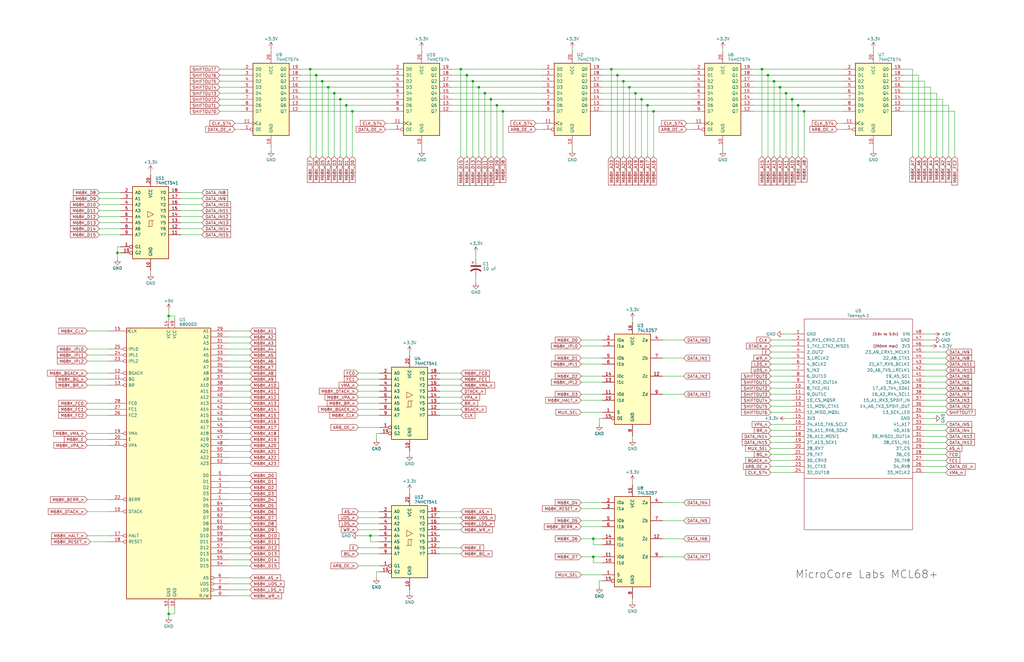
<source format=kicad_sch>
(kicad_sch (version 20230121) (generator eeschema)
  (paper "B")
  (junction (at 199.39 34.29))
  (junction (at 212.09 46.99))
  (junction (at 156.21 226.06))
  (junction (at 207.01 41.91))
  (junction (at 71.12 133.35))
  (junction (at 140.97 39.37))
  (junction (at 336.55 44.45))
  (junction (at 257.81 29.21))
  (junction (at 196.85 31.75))
  (junction (at 265.43 36.83))
  (junction (at 339.09 46.99))
  (junction (at 334.01 41.91))
  (junction (at 148.59 46.99))
  (junction (at 143.51 41.91))
  (junction (at 130.81 29.21))
  (junction (at 273.05 44.45))
  (junction (at 331.47 39.37))
  (junction (at 146.05 44.45))
  (junction (at 321.31 29.21))
  (junction (at 204.47 39.37))
  (junction (at 270.51 41.91))
  (junction (at 194.31 29.21))
  (junction (at 250.19 234.95))
  (junction (at 250.19 227.33))
  (junction (at 138.43 36.83))
  (junction (at 326.39 34.29))
  (junction (at 201.93 36.83))
  (junction (at 49.53 106.68))
  (junction (at 275.59 46.99))
  (junction (at 328.93 36.83))
  (junction (at 135.89 34.29))
  (junction (at 71.12 259.08))
  (junction (at 323.85 31.75))
  (junction (at 267.97 39.37))
  (junction (at 262.89 34.29))
  (junction (at 260.35 31.75))
  (junction (at 209.55 44.45))
  (junction (at 133.35 31.75))
  (wire (pts (xy 96.52 147.32) (xy 105.41 147.32)))
  (wire (pts (xy 96.52 195.58) (xy 105.41 195.58)))
  (wire (pts (xy 36.83 215.9) (xy 45.72 215.9)))
  (wire (pts (xy 160.02 226.06) (xy 156.21 226.06)))
  (wire (pts (xy 127 34.29) (xy 135.89 34.29)))
  (wire (pts (xy 76.2 99.06) (xy 85.09 99.06)))
  (wire (pts (xy 185.42 215.9) (xy 194.31 215.9)))
  (wire (pts (xy 325.12 173.99) (xy 334.01 173.99)))
  (wire (pts (xy 325.12 194.31) (xy 334.01 194.31)))
  (wire (pts (xy 158.75 241.3) (xy 158.75 243.84)))
  (wire (pts (xy 50.8 96.52) (xy 41.91 96.52)))
  (wire (pts (xy 398.78 191.77) (xy 389.89 191.77)))
  (wire (pts (xy 96.52 228.6) (xy 105.41 228.6)))
  (wire (pts (xy 127 41.91) (xy 143.51 41.91)))
  (wire (pts (xy 328.93 36.83) (xy 328.93 66.04)))
  (wire (pts (xy 96.52 190.5) (xy 105.41 190.5)))
  (wire (pts (xy 325.12 153.67) (xy 334.01 153.67)))
  (wire (pts (xy 254 212.09) (xy 245.11 212.09)))
  (wire (pts (xy 339.09 46.99) (xy 355.6 46.99)))
  (wire (pts (xy 162.56 52.07) (xy 165.1 52.07)))
  (wire (pts (xy 140.97 39.37) (xy 165.1 39.37)))
  (wire (pts (xy 265.43 36.83) (xy 265.43 66.04)))
  (wire (pts (xy 185.42 170.18) (xy 194.31 170.18)))
  (wire (pts (xy 201.93 36.83) (xy 201.93 66.04)))
  (wire (pts (xy 96.52 223.52) (xy 105.41 223.52)))
  (wire (pts (xy 36.83 170.18) (xy 45.72 170.18)))
  (wire (pts (xy 381 44.45) (xy 400.05 44.45)))
  (wire (pts (xy 325.12 158.75) (xy 334.01 158.75)))
  (wire (pts (xy 143.51 41.91) (xy 165.1 41.91)))
  (wire (pts (xy 99.06 52.07) (xy 101.6 52.07)))
  (wire (pts (xy 262.89 34.29) (xy 292.1 34.29)))
  (wire (pts (xy 96.52 187.96) (xy 105.41 187.96)))
  (wire (pts (xy 252.73 176.53) (xy 252.73 179.07)))
  (wire (pts (xy 36.83 149.86) (xy 45.72 149.86)))
  (wire (pts (xy 96.52 154.94) (xy 105.41 154.94)))
  (wire (pts (xy 245.11 168.91) (xy 254 168.91)))
  (wire (pts (xy 266.7 184.15) (xy 266.7 185.42)))
  (wire (pts (xy 317.5 46.99) (xy 339.09 46.99)))
  (wire (pts (xy 172.72 207.01) (xy 172.72 208.28)))
  (wire (pts (xy 325.12 146.05) (xy 334.01 146.05)))
  (wire (pts (xy 50.8 93.98) (xy 41.91 93.98)))
  (wire (pts (xy 317.5 34.29) (xy 326.39 34.29)))
  (wire (pts (xy 99.06 54.61) (xy 101.6 54.61)))
  (wire (pts (xy 76.2 96.52) (xy 85.09 96.52)))
  (wire (pts (xy 96.52 203.2) (xy 105.41 203.2)))
  (wire (pts (xy 96.52 246.38) (xy 105.41 246.38)))
  (wire (pts (xy 201.93 36.83) (xy 228.6 36.83)))
  (wire (pts (xy 185.42 218.44) (xy 194.31 218.44)))
  (wire (pts (xy 398.78 158.75) (xy 389.89 158.75)))
  (wire (pts (xy 96.52 193.04) (xy 105.41 193.04)))
  (wire (pts (xy 135.89 34.29) (xy 165.1 34.29)))
  (wire (pts (xy 304.8 20.32) (xy 304.8 21.59)))
  (wire (pts (xy 36.83 162.56) (xy 45.72 162.56)))
  (wire (pts (xy 245.11 242.57) (xy 254 242.57)))
  (wire (pts (xy 96.52 177.8) (xy 105.41 177.8)))
  (wire (pts (xy 266.7 252.73) (xy 266.7 254)))
  (wire (pts (xy 96.52 218.44) (xy 105.41 218.44)))
  (wire (pts (xy 368.3 62.23) (xy 368.3 63.5)))
  (wire (pts (xy 325.12 181.61) (xy 334.01 181.61)))
  (wire (pts (xy 63.5 114.3) (xy 63.5 115.57)))
  (wire (pts (xy 76.2 91.44) (xy 85.09 91.44)))
  (wire (pts (xy 226.06 54.61) (xy 228.6 54.61)))
  (wire (pts (xy 148.59 46.99) (xy 165.1 46.99)))
  (wire (pts (xy 185.42 172.72) (xy 194.31 172.72)))
  (wire (pts (xy 279.4 158.75) (xy 288.29 158.75)))
  (wire (pts (xy 146.05 44.45) (xy 146.05 66.04)))
  (wire (pts (xy 339.09 46.99) (xy 339.09 66.04)))
  (wire (pts (xy 241.3 62.23) (xy 241.3 63.5)))
  (wire (pts (xy 254 31.75) (xy 260.35 31.75)))
  (wire (pts (xy 397.51 41.91) (xy 397.51 66.04)))
  (wire (pts (xy 325.12 161.29) (xy 334.01 161.29)))
  (wire (pts (xy 73.66 134.62) (xy 73.66 133.35)))
  (wire (pts (xy 381 31.75) (xy 387.35 31.75)))
  (wire (pts (xy 252.73 245.11) (xy 252.73 247.65)))
  (wire (pts (xy 185.42 157.48) (xy 194.31 157.48)))
  (wire (pts (xy 185.42 167.64) (xy 194.31 167.64)))
  (wire (pts (xy 92.71 46.99) (xy 101.6 46.99)))
  (wire (pts (xy 96.52 205.74) (xy 105.41 205.74)))
  (wire (pts (xy 185.42 220.98) (xy 194.31 220.98)))
  (wire (pts (xy 36.83 160.02) (xy 45.72 160.02)))
  (wire (pts (xy 96.52 162.56) (xy 105.41 162.56)))
  (wire (pts (xy 160.02 241.3) (xy 158.75 241.3)))
  (wire (pts (xy 49.53 106.68) (xy 49.53 109.22)))
  (wire (pts (xy 398.78 163.83) (xy 389.89 163.83)))
  (wire (pts (xy 146.05 44.45) (xy 165.1 44.45)))
  (wire (pts (xy 96.52 170.18) (xy 105.41 170.18)))
  (wire (pts (xy 130.81 29.21) (xy 130.81 66.04)))
  (wire (pts (xy 160.02 167.64) (xy 151.13 167.64)))
  (wire (pts (xy 245.11 222.25) (xy 254 222.25)))
  (wire (pts (xy 254 166.37) (xy 245.11 166.37)))
  (wire (pts (xy 185.42 162.56) (xy 194.31 162.56)))
  (wire (pts (xy 323.85 31.75) (xy 323.85 66.04)))
  (wire (pts (xy 325.12 143.51) (xy 334.01 143.51)))
  (wire (pts (xy 254 245.11) (xy 252.73 245.11)))
  (wire (pts (xy 96.52 180.34) (xy 105.41 180.34)))
  (wire (pts (xy 325.12 168.91) (xy 334.01 168.91)))
  (wire (pts (xy 76.2 93.98) (xy 85.09 93.98)))
  (wire (pts (xy 190.5 34.29) (xy 199.39 34.29)))
  (wire (pts (xy 250.19 227.33) (xy 245.11 227.33)))
  (wire (pts (xy 321.31 29.21) (xy 355.6 29.21)))
  (wire (pts (xy 76.2 88.9) (xy 85.09 88.9)))
  (wire (pts (xy 36.83 157.48) (xy 45.72 157.48)))
  (wire (pts (xy 260.35 31.75) (xy 260.35 66.04)))
  (wire (pts (xy 389.89 176.53) (xy 393.7 176.53)))
  (wire (pts (xy 334.01 41.91) (xy 334.01 66.04)))
  (wire (pts (xy 148.59 46.99) (xy 148.59 66.04)))
  (wire (pts (xy 207.01 41.91) (xy 207.01 66.04)))
  (wire (pts (xy 254 158.75) (xy 245.11 158.75)))
  (wire (pts (xy 254 219.71) (xy 245.11 219.71)))
  (wire (pts (xy 331.47 39.37) (xy 331.47 66.04)))
  (wire (pts (xy 325.12 191.77) (xy 334.01 191.77)))
  (wire (pts (xy 50.8 91.44) (xy 41.91 91.44)))
  (wire (pts (xy 325.12 179.07) (xy 334.01 179.07)))
  (wire (pts (xy 398.78 148.59) (xy 389.89 148.59)))
  (wire (pts (xy 160.02 228.6) (xy 156.21 228.6)))
  (wire (pts (xy 36.83 226.06) (xy 45.72 226.06)))
  (wire (pts (xy 114.3 62.23) (xy 114.3 63.5)))
  (wire (pts (xy 353.06 52.07) (xy 355.6 52.07)))
  (wire (pts (xy 50.8 86.36) (xy 41.91 86.36)))
  (wire (pts (xy 254 44.45) (xy 273.05 44.45)))
  (wire (pts (xy 262.89 34.29) (xy 262.89 66.04)))
  (wire (pts (xy 325.12 184.15) (xy 334.01 184.15)))
  (wire (pts (xy 275.59 46.99) (xy 275.59 66.04)))
  (wire (pts (xy 279.4 166.37) (xy 288.29 166.37)))
  (wire (pts (xy 49.53 104.14) (xy 50.8 104.14)))
  (wire (pts (xy 96.52 144.78) (xy 105.41 144.78)))
  (wire (pts (xy 279.4 219.71) (xy 288.29 219.71)))
  (wire (pts (xy 96.52 236.22) (xy 105.41 236.22)))
  (wire (pts (xy 76.2 83.82) (xy 85.09 83.82)))
  (wire (pts (xy 317.5 29.21) (xy 321.31 29.21)))
  (wire (pts (xy 398.78 181.61) (xy 389.89 181.61)))
  (wire (pts (xy 73.66 256.54) (xy 73.66 259.08)))
  (wire (pts (xy 245.11 161.29) (xy 254 161.29)))
  (wire (pts (xy 226.06 52.07) (xy 228.6 52.07)))
  (wire (pts (xy 273.05 44.45) (xy 292.1 44.45)))
  (wire (pts (xy 389.89 143.51) (xy 393.7 143.51)))
  (wire (pts (xy 328.93 36.83) (xy 355.6 36.83)))
  (wire (pts (xy 185.42 231.14) (xy 194.31 231.14)))
  (wire (pts (xy 92.71 31.75) (xy 101.6 31.75)))
  (wire (pts (xy 241.3 20.32) (xy 241.3 21.59)))
  (wire (pts (xy 209.55 44.45) (xy 209.55 66.04)))
  (wire (pts (xy 92.71 29.21) (xy 101.6 29.21)))
  (wire (pts (xy 190.5 36.83) (xy 201.93 36.83)))
  (wire (pts (xy 96.52 215.9) (xy 105.41 215.9)))
  (wire (pts (xy 190.5 44.45) (xy 209.55 44.45)))
  (wire (pts (xy 96.52 210.82) (xy 105.41 210.82)))
  (wire (pts (xy 114.3 20.32) (xy 114.3 21.59)))
  (wire (pts (xy 317.5 44.45) (xy 336.55 44.45)))
  (wire (pts (xy 133.35 31.75) (xy 165.1 31.75)))
  (wire (pts (xy 190.5 31.75) (xy 196.85 31.75)))
  (wire (pts (xy 96.52 251.46) (xy 105.41 251.46)))
  (wire (pts (xy 92.71 36.83) (xy 101.6 36.83)))
  (wire (pts (xy 289.56 54.61) (xy 292.1 54.61)))
  (wire (pts (xy 96.52 142.24) (xy 105.41 142.24)))
  (wire (pts (xy 384.81 29.21) (xy 384.81 66.04)))
  (wire (pts (xy 398.78 186.69) (xy 389.89 186.69)))
  (wire (pts (xy 331.47 39.37) (xy 355.6 39.37)))
  (wire (pts (xy 96.52 220.98) (xy 105.41 220.98)))
  (wire (pts (xy 368.3 20.32) (xy 368.3 21.59)))
  (wire (pts (xy 398.78 166.37) (xy 389.89 166.37)))
  (wire (pts (xy 325.12 156.21) (xy 334.01 156.21)))
  (wire (pts (xy 162.56 54.61) (xy 165.1 54.61)))
  (wire (pts (xy 317.5 39.37) (xy 331.47 39.37)))
  (wire (pts (xy 398.78 153.67) (xy 389.89 153.67)))
  (wire (pts (xy 36.83 139.7) (xy 45.72 139.7)))
  (wire (pts (xy 200.66 106.68) (xy 200.66 109.22)))
  (wire (pts (xy 398.78 171.45) (xy 389.89 171.45)))
  (wire (pts (xy 254 39.37) (xy 267.97 39.37)))
  (wire (pts (xy 96.52 185.42) (xy 105.41 185.42)))
  (wire (pts (xy 381 46.99) (xy 402.59 46.99)))
  (wire (pts (xy 36.83 210.82) (xy 45.72 210.82)))
  (wire (pts (xy 325.12 148.59) (xy 334.01 148.59)))
  (wire (pts (xy 160.02 157.48) (xy 151.13 157.48)))
  (wire (pts (xy 279.4 227.33) (xy 288.29 227.33)))
  (wire (pts (xy 185.42 223.52) (xy 194.31 223.52)))
  (wire (pts (xy 96.52 238.76) (xy 105.41 238.76)))
  (wire (pts (xy 254 36.83) (xy 265.43 36.83)))
  (wire (pts (xy 398.78 199.39) (xy 389.89 199.39)))
  (wire (pts (xy 326.39 34.29) (xy 355.6 34.29)))
  (wire (pts (xy 245.11 173.99) (xy 254 173.99)))
  (wire (pts (xy 207.01 41.91) (xy 228.6 41.91)))
  (wire (pts (xy 381 39.37) (xy 394.97 39.37)))
  (wire (pts (xy 160.02 162.56) (xy 151.13 162.56)))
  (wire (pts (xy 270.51 41.91) (xy 270.51 66.04)))
  (wire (pts (xy 96.52 200.66) (xy 105.41 200.66)))
  (wire (pts (xy 140.97 39.37) (xy 140.97 66.04)))
  (wire (pts (xy 336.55 44.45) (xy 355.6 44.45)))
  (wire (pts (xy 130.81 29.21) (xy 165.1 29.21)))
  (wire (pts (xy 156.21 226.06) (xy 151.13 226.06)))
  (wire (pts (xy 212.09 46.99) (xy 212.09 66.04)))
  (wire (pts (xy 160.02 220.98) (xy 151.13 220.98)))
  (wire (pts (xy 71.12 133.35) (xy 71.12 134.62)))
  (wire (pts (xy 381 36.83) (xy 392.43 36.83)))
  (wire (pts (xy 127 31.75) (xy 133.35 31.75)))
  (wire (pts (xy 96.52 248.92) (xy 105.41 248.92)))
  (wire (pts (xy 254 229.87) (xy 250.19 229.87)))
  (wire (pts (xy 96.52 243.84) (xy 105.41 243.84)))
  (wire (pts (xy 381 29.21) (xy 384.81 29.21)))
  (wire (pts (xy 398.78 189.23) (xy 389.89 189.23)))
  (wire (pts (xy 392.43 146.05) (xy 389.89 146.05)))
  (wire (pts (xy 138.43 36.83) (xy 138.43 66.04)))
  (wire (pts (xy 273.05 44.45) (xy 273.05 66.04)))
  (wire (pts (xy 334.01 196.85) (xy 325.12 196.85)))
  (wire (pts (xy 289.56 52.07) (xy 292.1 52.07)))
  (wire (pts (xy 177.8 20.32) (xy 177.8 21.59)))
  (wire (pts (xy 389.89 34.29) (xy 389.89 66.04)))
  (wire (pts (xy 71.12 133.35) (xy 73.66 133.35)))
  (wire (pts (xy 92.71 39.37) (xy 101.6 39.37)))
  (wire (pts (xy 254 41.91) (xy 270.51 41.91)))
  (wire (pts (xy 185.42 175.26) (xy 194.31 175.26)))
  (wire (pts (xy 160.02 218.44) (xy 151.13 218.44)))
  (wire (pts (xy 160.02 165.1) (xy 151.13 165.1)))
  (wire (pts (xy 325.12 166.37) (xy 334.01 166.37)))
  (wire (pts (xy 156.21 228.6) (xy 156.21 226.06)))
  (wire (pts (xy 400.05 44.45) (xy 400.05 66.04)))
  (wire (pts (xy 254 237.49) (xy 250.19 237.49)))
  (wire (pts (xy 267.97 39.37) (xy 267.97 66.04)))
  (wire (pts (xy 92.71 34.29) (xy 101.6 34.29)))
  (wire (pts (xy 398.78 156.21) (xy 389.89 156.21)))
  (wire (pts (xy 127 39.37) (xy 140.97 39.37)))
  (wire (pts (xy 204.47 39.37) (xy 204.47 66.04)))
  (wire (pts (xy 304.8 62.23) (xy 304.8 63.5)))
  (wire (pts (xy 260.35 31.75) (xy 292.1 31.75)))
  (wire (pts (xy 96.52 149.86) (xy 105.41 149.86)))
  (wire (pts (xy 96.52 233.68) (xy 105.41 233.68)))
  (wire (pts (xy 194.31 29.21) (xy 228.6 29.21)))
  (wire (pts (xy 185.42 160.02) (xy 194.31 160.02)))
  (wire (pts (xy 172.72 190.5) (xy 172.72 191.77)))
  (wire (pts (xy 245.11 146.05) (xy 254 146.05)))
  (wire (pts (xy 160.02 215.9) (xy 151.13 215.9)))
  (wire (pts (xy 336.55 44.45) (xy 336.55 66.04)))
  (wire (pts (xy 50.8 106.68) (xy 49.53 106.68)))
  (wire (pts (xy 160.02 175.26) (xy 151.13 175.26)))
  (wire (pts (xy 381 41.91) (xy 397.51 41.91)))
  (wire (pts (xy 398.78 179.07) (xy 389.89 179.07)))
  (wire (pts (xy 96.52 226.06) (xy 105.41 226.06)))
  (wire (pts (xy 63.5 72.39) (xy 63.5 73.66)))
  (wire (pts (xy 71.12 259.08) (xy 71.12 260.35)))
  (wire (pts (xy 160.02 160.02) (xy 151.13 160.02)))
  (wire (pts (xy 160.02 170.18) (xy 151.13 170.18)))
  (wire (pts (xy 96.52 160.02) (xy 105.41 160.02)))
  (wire (pts (xy 212.09 46.99) (xy 228.6 46.99)))
  (wire (pts (xy 96.52 208.28) (xy 105.41 208.28)))
  (wire (pts (xy 160.02 182.88) (xy 158.75 182.88)))
  (wire (pts (xy 398.78 173.99) (xy 389.89 173.99)))
  (wire (pts (xy 394.97 39.37) (xy 394.97 66.04)))
  (wire (pts (xy 398.78 184.15) (xy 389.89 184.15)))
  (wire (pts (xy 185.42 165.1) (xy 194.31 165.1)))
  (wire (pts (xy 266.7 134.62) (xy 266.7 135.89)))
  (wire (pts (xy 36.83 175.26) (xy 45.72 175.26)))
  (wire (pts (xy 172.72 248.92) (xy 172.72 250.19)))
  (wire (pts (xy 71.12 130.81) (xy 71.12 133.35)))
  (wire (pts (xy 402.59 46.99) (xy 402.59 66.04)))
  (wire (pts (xy 209.55 44.45) (xy 228.6 44.45)))
  (wire (pts (xy 49.53 106.68) (xy 49.53 104.14)))
  (wire (pts (xy 398.78 151.13) (xy 389.89 151.13)))
  (wire (pts (xy 254 176.53) (xy 252.73 176.53)))
  (wire (pts (xy 96.52 139.7) (xy 105.41 139.7)))
  (wire (pts (xy 92.71 44.45) (xy 101.6 44.45)))
  (wire (pts (xy 190.5 29.21) (xy 194.31 29.21)))
  (wire (pts (xy 266.7 203.2) (xy 266.7 204.47)))
  (wire (pts (xy 50.8 88.9) (xy 41.91 88.9)))
  (wire (pts (xy 325.12 163.83) (xy 334.01 163.83)))
  (wire (pts (xy 325.12 189.23) (xy 334.01 189.23)))
  (wire (pts (xy 254 34.29) (xy 262.89 34.29)))
  (wire (pts (xy 254 143.51) (xy 245.11 143.51)))
  (wire (pts (xy 204.47 39.37) (xy 228.6 39.37)))
  (wire (pts (xy 76.2 86.36) (xy 85.09 86.36)))
  (wire (pts (xy 127 36.83) (xy 138.43 36.83)))
  (wire (pts (xy 160.02 231.14) (xy 151.13 231.14)))
  (wire (pts (xy 96.52 165.1) (xy 105.41 165.1)))
  (wire (pts (xy 96.52 157.48) (xy 105.41 157.48)))
  (wire (pts (xy 50.8 83.82) (xy 41.91 83.82)))
  (wire (pts (xy 177.8 62.23) (xy 177.8 63.5)))
  (wire (pts (xy 389.89 140.97) (xy 393.7 140.97)))
  (wire (pts (xy 331.47 176.53) (xy 334.01 176.53)))
  (wire (pts (xy 199.39 34.29) (xy 228.6 34.29)))
  (wire (pts (xy 257.81 29.21) (xy 292.1 29.21)))
  (wire (pts (xy 323.85 31.75) (xy 355.6 31.75)))
  (wire (pts (xy 127 29.21) (xy 130.81 29.21)))
  (wire (pts (xy 160.02 180.34) (xy 151.13 180.34)))
  (wire (pts (xy 190.5 41.91) (xy 207.01 41.91)))
  (wire (pts (xy 160.02 233.68) (xy 151.13 233.68)))
  (wire (pts (xy 317.5 31.75) (xy 323.85 31.75)))
  (wire (pts (xy 71.12 256.54) (xy 71.12 259.08)))
  (wire (pts (xy 36.83 172.72) (xy 45.72 172.72)))
  (wire (pts (xy 279.4 143.51) (xy 288.29 143.51)))
  (wire (pts (xy 245.11 214.63) (xy 254 214.63)))
  (wire (pts (xy 317.5 41.91) (xy 334.01 41.91)))
  (wire (pts (xy 71.12 259.08) (xy 73.66 259.08)))
  (wire (pts (xy 387.35 31.75) (xy 387.35 66.04)))
  (wire (pts (xy 96.52 152.4) (xy 105.41 152.4)))
  (wire (pts (xy 334.01 140.97) (xy 330.2 140.97)))
  (wire (pts (xy 96.52 172.72) (xy 105.41 172.72)))
  (wire (pts (xy 133.35 31.75) (xy 133.35 66.04)))
  (wire (pts (xy 36.83 187.96) (xy 45.72 187.96)))
  (wire (pts (xy 158.75 182.88) (xy 158.75 185.42)))
  (wire (pts (xy 334.01 41.91) (xy 355.6 41.91)))
  (wire (pts (xy 279.4 151.13) (xy 288.29 151.13)))
  (wire (pts (xy 36.83 185.42) (xy 45.72 185.42)))
  (wire (pts (xy 172.72 148.59) (xy 172.72 149.86)))
  (wire (pts (xy 250.19 229.87) (xy 250.19 227.33)))
  (wire (pts (xy 96.52 231.14) (xy 105.41 231.14)))
  (wire (pts (xy 135.89 34.29) (xy 135.89 66.04)))
  (wire (pts (xy 50.8 99.06) (xy 41.91 99.06)))
  (wire (pts (xy 254 227.33) (xy 250.19 227.33)))
  (wire (pts (xy 275.59 46.99) (xy 292.1 46.99)))
  (wire (pts (xy 381 34.29) (xy 389.89 34.29)))
  (wire (pts (xy 254 234.95) (xy 250.19 234.95)))
  (wire (pts (xy 398.78 194.31) (xy 389.89 194.31)))
  (wire (pts (xy 96.52 167.64) (xy 105.41 167.64)))
  (wire (pts (xy 325.12 151.13) (xy 334.01 151.13)))
  (wire (pts (xy 398.78 196.85) (xy 389.89 196.85)))
  (wire (pts (xy 257.81 29.21) (xy 257.81 66.04)))
  (wire (pts (xy 250.19 237.49) (xy 250.19 234.95)))
  (wire (pts (xy 398.78 168.91) (xy 389.89 168.91)))
  (wire (pts (xy 353.06 54.61) (xy 355.6 54.61)))
  (wire (pts (xy 279.4 234.95) (xy 288.29 234.95)))
  (wire (pts (xy 194.31 29.21) (xy 194.31 66.04)))
  (wire (pts (xy 143.51 41.91) (xy 143.51 66.04)))
  (wire (pts (xy 185.42 233.68) (xy 194.31 233.68)))
  (wire (pts (xy 127 46.99) (xy 148.59 46.99)))
  (wire (pts (xy 96.52 175.26) (xy 105.41 175.26)))
  (wire (pts (xy 127 44.45) (xy 146.05 44.45)))
  (wire (pts (xy 160.02 238.76) (xy 151.13 238.76)))
  (wire (pts (xy 200.66 116.84) (xy 200.66 119.38)))
  (wire (pts (xy 96.52 213.36) (xy 105.41 213.36)))
  (wire (pts (xy 254 29.21) (xy 257.81 29.21)))
  (wire (pts (xy 325.12 171.45) (xy 334.01 171.45)))
  (wire (pts (xy 76.2 81.28) (xy 85.09 81.28)))
  (wire (pts (xy 190.5 46.99) (xy 212.09 46.99)))
  (wire (pts (xy 265.43 36.83) (xy 292.1 36.83)))
  (wire (pts (xy 138.43 36.83) (xy 165.1 36.83)))
  (wire (pts (xy 50.8 81.28) (xy 41.91 81.28)))
  (wire (pts (xy 398.78 161.29) (xy 389.89 161.29)))
  (wire (pts (xy 321.31 29.21) (xy 321.31 66.04)))
  (wire (pts (xy 36.83 152.4) (xy 45.72 152.4)))
  (wire (pts (xy 199.39 34.29) (xy 199.39 66.04)))
  (wire (pts (xy 196.85 31.75) (xy 228.6 31.75)))
  (wire (pts (xy 92.71 41.91) (xy 101.6 41.91)))
  (wire (pts (xy 36.83 147.32) (xy 45.72 147.32)))
  (wire (pts (xy 325.12 186.69) (xy 334.01 186.69)))
  (wire (pts (xy 254 46.99) (xy 275.59 46.99)))
  (wire (pts (xy 160.02 172.72) (xy 151.13 172.72)))
  (wire (pts (xy 38.1 228.6) (xy 45.72 228.6)))
  (wire (pts (xy 254 151.13) (xy 245.11 151.13)))
  (wire (pts (xy 190.5 39.37) (xy 204.47 39.37)))
  (wire (pts (xy 96.52 182.88) (xy 105.41 182.88)))
  (wire (pts (xy 279.4 212.09) (xy 288.29 212.09)))
  (wire (pts (xy 250.19 234.95) (xy 245.11 234.95)))
  (wire (pts (xy 334.01 199.39) (xy 325.12 199.39)))
  (wire (pts (xy 392.43 36.83) (xy 392.43 66.04)))
  (wire (pts (xy 36.83 182.88) (xy 45.72 182.88)))
  (wire (pts (xy 160.02 223.52) (xy 151.13 223.52)))
  (wire (pts (xy 317.5 36.83) (xy 328.93 36.83)))
  (wire (pts (xy 326.39 34.29) (xy 326.39 66.04)))
  (wire (pts (xy 245.11 153.67) (xy 254 153.67)))
  (wire (pts (xy 267.97 39.37) (xy 292.1 39.37)))
  (wire (pts (xy 196.85 31.75) (xy 196.85 66.04)))
  (wire (pts (xy 270.51 41.91) (xy 292.1 41.91)))
  (label "MicroCore Labs MCL68+" (at 335.28 245.11 0) (effects (font (size 3.27 3.27))))
  (global_label "M68K_D3" (shape input) (at 140.97 66.04 270) (property "Intersheetrefs" "${INTERSHEET_REFS}" (effects hide)))
  (global_label "DATA_IN4" (shape input) (at 288.29 212.09 0) (property "Intersheetrefs" "${INTERSHEET_REFS}" (effects hide)))
  (global_label "CLK_574" (shape input) (at 289.56 52.07 180) (property "Intersheetrefs" "${INTERSHEET_REFS}" (effects hide)))
  (global_label "M68K_A15" (shape input) (at 105.41 175.26 0) (property "Intersheetrefs" "${INTERSHEET_REFS}" (effects hide)))
  (global_label "M68K_D10" (shape input) (at 207.01 66.04 270) (property "Intersheetrefs" "${INTERSHEET_REFS}" (effects hide)))
  (global_label "DATA_IN14" (shape input) (at 85.09 96.52 0) (property "Intersheetrefs" "${INTERSHEET_REFS}" (effects hide)))
  (global_label "M68K_A21" (shape input) (at 262.89 66.04 270) (property "Intersheetrefs" "${INTERSHEET_REFS}" (effects hide)))
  (global_label "M68K_A12" (shape input) (at 328.93 66.04 270) (property "Intersheetrefs" "${INTERSHEET_REFS}" (effects hide)))
  (global_label "M68K_D0" (shape input) (at 148.59 66.04 270) (property "Intersheetrefs" "${INTERSHEET_REFS}" (effects hide)))
  (global_label "M68K_D4" (shape input) (at 245.11 212.09 180) (property "Intersheetrefs" "${INTERSHEET_REFS}" (effects hide)))
  (global_label "M68K_VMA_n" (shape input) (at 36.83 182.88 180) (property "Intersheetrefs" "${INTERSHEET_REFS}" (effects hide)))
  (global_label "M68K_D8" (shape input) (at 41.91 81.28 180) (property "Intersheetrefs" "${INTERSHEET_REFS}" (effects hide)))
  (global_label "M68K_A20" (shape input) (at 265.43 66.04 270) (property "Intersheetrefs" "${INTERSHEET_REFS}" (effects hide)))
  (global_label "DATA_IN14" (shape input) (at 325.12 184.15 180) (property "Intersheetrefs" "${INTERSHEET_REFS}" (effects hide)))
  (global_label "M68K_D1" (shape input) (at 245.11 151.13 180) (property "Intersheetrefs" "${INTERSHEET_REFS}" (effects hide)))
  (global_label "CLK" (shape input) (at 194.31 175.26 0) (property "Intersheetrefs" "${INTERSHEET_REFS}" (effects hide)))
  (global_label "M68K_BERR_n" (shape input) (at 245.11 222.25 180) (property "Intersheetrefs" "${INTERSHEET_REFS}" (effects hide)))
  (global_label "DATA_IN13" (shape input) (at 85.09 93.98 0) (property "Intersheetrefs" "${INTERSHEET_REFS}" (effects hide)))
  (global_label "M68K_D9" (shape input) (at 209.55 66.04 270) (property "Intersheetrefs" "${INTERSHEET_REFS}" (effects hide)))
  (global_label "DATA_IN0" (shape input) (at 288.29 143.51 0) (property "Intersheetrefs" "${INTERSHEET_REFS}" (effects hide)))
  (global_label "M68K_D0" (shape input) (at 245.11 143.51 180) (property "Intersheetrefs" "${INTERSHEET_REFS}" (effects hide)))
  (global_label "BR_n" (shape input) (at 325.12 181.61 180) (property "Intersheetrefs" "${INTERSHEET_REFS}" (effects hide)))
  (global_label "M68K_D5" (shape input) (at 245.11 219.71 180) (property "Intersheetrefs" "${INTERSHEET_REFS}" (effects hide)))
  (global_label "DATA_IN6" (shape input) (at 398.78 163.83 0) (property "Intersheetrefs" "${INTERSHEET_REFS}" (effects hide)))
  (global_label "M68K_A14" (shape input) (at 323.85 66.04 270) (property "Intersheetrefs" "${INTERSHEET_REFS}" (effects hide)))
  (global_label "DATA_IN11" (shape input) (at 398.78 153.67 0) (property "Intersheetrefs" "${INTERSHEET_REFS}" (effects hide)))
  (global_label "M68K_WR_n" (shape input) (at 194.31 223.52 0) (property "Intersheetrefs" "${INTERSHEET_REFS}" (effects hide)))
  (global_label "MUX_SEL" (shape input) (at 245.11 242.57 180) (property "Intersheetrefs" "${INTERSHEET_REFS}" (effects hide)))
  (global_label "M68K_D4" (shape input) (at 138.43 66.04 270) (property "Intersheetrefs" "${INTERSHEET_REFS}" (effects hide)))
  (global_label "M68K_LDS_n" (shape input) (at 194.31 220.98 0) (property "Intersheetrefs" "${INTERSHEET_REFS}" (effects hide)))
  (global_label "M68K_DTACK_n" (shape input) (at 36.83 215.9 180) (property "Intersheetrefs" "${INTERSHEET_REFS}" (effects hide)))
  (global_label "FC1" (shape input) (at 398.78 194.31 0) (property "Intersheetrefs" "${INTERSHEET_REFS}" (effects hide)))
  (global_label "FC1" (shape input) (at 151.13 160.02 180) (property "Intersheetrefs" "${INTERSHEET_REFS}" (effects hide)))
  (global_label "M68K_RESET_n" (shape input) (at 38.1 228.6 180) (property "Intersheetrefs" "${INTERSHEET_REFS}" (effects hide)))
  (global_label "DTACK_n" (shape input) (at 325.12 146.05 180) (property "Intersheetrefs" "${INTERSHEET_REFS}" (effects hide)))
  (global_label "M68K_A4" (shape input) (at 392.43 66.04 270) (property "Intersheetrefs" "${INTERSHEET_REFS}" (effects hide)))
  (global_label "DATA_IN4" (shape input) (at 398.78 181.61 0) (property "Intersheetrefs" "${INTERSHEET_REFS}" (effects hide)))
  (global_label "SHIFTOUT5" (shape input) (at 92.71 34.29 180) (property "Intersheetrefs" "${INTERSHEET_REFS}" (effects hide)))
  (global_label "M68K_BGACK_n" (shape input) (at 36.83 157.48 180) (property "Intersheetrefs" "${INTERSHEET_REFS}" (effects hide)))
  (global_label "M68K_A11" (shape input) (at 331.47 66.04 270) (property "Intersheetrefs" "${INTERSHEET_REFS}" (effects hide)))
  (global_label "M68K_FC0" (shape input) (at 194.31 157.48 0) (property "Intersheetrefs" "${INTERSHEET_REFS}" (effects hide)))
  (global_label "CLK_574" (shape input) (at 99.06 52.07 180) (property "Intersheetrefs" "${INTERSHEET_REFS}" (effects hide)))
  (global_label "LDS_n" (shape input) (at 325.12 153.67 180) (property "Intersheetrefs" "${INTERSHEET_REFS}" (effects hide)))
  (global_label "DATA_IN5" (shape input) (at 288.29 219.71 0) (property "Intersheetrefs" "${INTERSHEET_REFS}" (effects hide)))
  (global_label "VMA_n" (shape input) (at 151.13 162.56 180) (property "Intersheetrefs" "${INTERSHEET_REFS}" (effects hide)))
  (global_label "M68K_A13" (shape input) (at 326.39 66.04 270) (property "Intersheetrefs" "${INTERSHEET_REFS}" (effects hide)))
  (global_label "ARB_OE_n" (shape input) (at 151.13 238.76 180) (property "Intersheetrefs" "${INTERSHEET_REFS}" (effects hide)))
  (global_label "M68K_A6" (shape input) (at 387.35 66.04 270) (property "Intersheetrefs" "${INTERSHEET_REFS}" (effects hide)))
  (global_label "DATA_IN13" (shape input) (at 398.78 184.15 0) (property "Intersheetrefs" "${INTERSHEET_REFS}" (effects hide)))
  (global_label "M68K_FC0" (shape input) (at 36.83 170.18 180) (property "Intersheetrefs" "${INTERSHEET_REFS}" (effects hide)))
  (global_label "M68K_A8" (shape input) (at 339.09 66.04 270) (property "Intersheetrefs" "${INTERSHEET_REFS}" (effects hide)))
  (global_label "DATA_IN10" (shape input) (at 398.78 156.21 0) (property "Intersheetrefs" "${INTERSHEET_REFS}" (effects hide)))
  (global_label "SHIFTOUT0" (shape input) (at 92.71 46.99 180) (property "Intersheetrefs" "${INTERSHEET_REFS}" (effects hide)))
  (global_label "AS_n" (shape input) (at 398.78 189.23 0) (property "Intersheetrefs" "${INTERSHEET_REFS}" (effects hide)))
  (global_label "M68K_A21" (shape input) (at 105.41 190.5 0) (property "Intersheetrefs" "${INTERSHEET_REFS}" (effects hide)))
  (global_label "DATA_IN6" (shape input) (at 288.29 227.33 0) (property "Intersheetrefs" "${INTERSHEET_REFS}" (effects hide)))
  (global_label "M68K_A23" (shape input) (at 257.81 66.04 270) (property "Intersheetrefs" "${INTERSHEET_REFS}" (effects hide)))
  (global_label "UDS_n" (shape input) (at 151.13 218.44 180) (property "Intersheetrefs" "${INTERSHEET_REFS}" (effects hide)))
  (global_label "M68K_BG_n" (shape input) (at 36.83 160.02 180) (property "Intersheetrefs" "${INTERSHEET_REFS}" (effects hide)))
  (global_label "M68K_D10" (shape input) (at 105.41 226.06 0) (property "Intersheetrefs" "${INTERSHEET_REFS}" (effects hide)))
  (global_label "M68K_VPA_n" (shape input) (at 151.13 167.64 180) (property "Intersheetrefs" "${INTERSHEET_REFS}" (effects hide)))
  (global_label "M68K_D2" (shape input) (at 105.41 205.74 0) (property "Intersheetrefs" "${INTERSHEET_REFS}" (effects hide)))
  (global_label "M68K_A14" (shape input) (at 105.41 172.72 0) (property "Intersheetrefs" "${INTERSHEET_REFS}" (effects hide)))
  (global_label "M68K_D8" (shape input) (at 212.09 66.04 270) (property "Intersheetrefs" "${INTERSHEET_REFS}" (effects hide)))
  (global_label "M68K_D9" (shape input) (at 41.91 83.82 180) (property "Intersheetrefs" "${INTERSHEET_REFS}" (effects hide)))
  (global_label "SHIFTOUT2" (shape input) (at 92.71 41.91 180) (property "Intersheetrefs" "${INTERSHEET_REFS}" (effects hide)))
  (global_label "CLK_574" (shape input) (at 353.06 52.07 180) (property "Intersheetrefs" "${INTERSHEET_REFS}" (effects hide)))
  (global_label "DATA_IN15" (shape input) (at 325.12 186.69 180) (property "Intersheetrefs" "${INTERSHEET_REFS}" (effects hide)))
  (global_label "M68K_A16" (shape input) (at 105.41 177.8 0) (property "Intersheetrefs" "${INTERSHEET_REFS}" (effects hide)))
  (global_label "BGACK_n" (shape input) (at 194.31 172.72 0) (property "Intersheetrefs" "${INTERSHEET_REFS}" (effects hide)))
  (global_label "FC0" (shape input) (at 151.13 157.48 180) (property "Intersheetrefs" "${INTERSHEET_REFS}" (effects hide)))
  (global_label "DATA_IN3" (shape input) (at 398.78 168.91 0) (property "Intersheetrefs" "${INTERSHEET_REFS}" (effects hide)))
  (global_label "SHIFTOUT7" (shape input) (at 92.71 29.21 180) (property "Intersheetrefs" "${INTERSHEET_REFS}" (effects hide)))
  (global_label "M68K_IPL2" (shape input) (at 245.11 161.29 180) (property "Intersheetrefs" "${INTERSHEET_REFS}" (effects hide)))
  (global_label "SHIFTOUT4" (shape input) (at 92.71 36.83 180) (property "Intersheetrefs" "${INTERSHEET_REFS}" (effects hide)))
  (global_label "M68K_IPL1" (shape input) (at 245.11 153.67 180) (property "Intersheetrefs" "${INTERSHEET_REFS}" (effects hide)))
  (global_label "ARB_OE_n" (shape input) (at 325.12 196.85 180) (property "Intersheetrefs" "${INTERSHEET_REFS}" (effects hide)))
  (global_label "M68K_D2" (shape input) (at 245.11 158.75 180) (property "Intersheetrefs" "${INTERSHEET_REFS}" (effects hide)))
  (global_label "M68K_A22" (shape input) (at 260.35 66.04 270) (property "Intersheetrefs" "${INTERSHEET_REFS}" (effects hide)))
  (global_label "SHIFTOUT5" (shape input) (at 325.12 171.45 180) (property "Intersheetrefs" "${INTERSHEET_REFS}" (effects hide)))
  (global_label "WR_n" (shape input) (at 151.13 223.52 180) (property "Intersheetrefs" "${INTERSHEET_REFS}" (effects hide)))
  (global_label "MUX_SEL" (shape input) (at 325.12 189.23 180) (property "Intersheetrefs" "${INTERSHEET_REFS}" (effects hide)))
  (global_label "SHIFTOUT0" (shape input) (at 325.12 158.75 180) (property "Intersheetrefs" "${INTERSHEET_REFS}" (effects hide)))
  (global_label "M68K_A7" (shape input) (at 105.41 154.94 0) (property "Intersheetrefs" "${INTERSHEET_REFS}" (effects hide)))
  (global_label "M68K_D12" (shape input) (at 201.93 66.04 270) (property "Intersheetrefs" "${INTERSHEET_REFS}" (effects hide)))
  (global_label "M68K_RESET_n" (shape input) (at 245.11 214.63 180) (property "Intersheetrefs" "${INTERSHEET_REFS}" (effects hide)))
  (global_label "M68K_D5" (shape input) (at 135.89 66.04 270) (property "Intersheetrefs" "${INTERSHEET_REFS}" (effects hide)))
  (global_label "M68K_D12" (shape input) (at 41.91 91.44 180) (property "Intersheetrefs" "${INTERSHEET_REFS}" (effects hide)))
  (global_label "M68K_A18" (shape input) (at 105.41 182.88 0) (property "Intersheetrefs" "${INTERSHEET_REFS}" (effects hide)))
  (global_label "DATA_IN11" (shape input) (at 85.09 88.9 0) (property "Intersheetrefs" "${INTERSHEET_REFS}" (effects hide)))
  (global_label "M68K_A1" (shape input) (at 105.41 139.7 0) (property "Intersheetrefs" "${INTERSHEET_REFS}" (effects hide)))
  (global_label "BGACK_n" (shape input) (at 325.12 194.31 180) (property "Intersheetrefs" "${INTERSHEET_REFS}" (effects hide)))
  (global_label "M68K_A2" (shape input) (at 397.51 66.04 270) (property "Intersheetrefs" "${INTERSHEET_REFS}" (effects hide)))
  (global_label "M68K_D6" (shape input) (at 105.41 215.9 0) (property "Intersheetrefs" "${INTERSHEET_REFS}" (effects hide)))
  (global_label "M68K_D3" (shape input) (at 245.11 166.37 180) (property "Intersheetrefs" "${INTERSHEET_REFS}" (effects hide)))
  (global_label "M68K_D13" (shape input) (at 41.91 93.98 180) (property "Intersheetrefs" "${INTERSHEET_REFS}" (effects hide)))
  (global_label "M68K_A6" (shape input) (at 105.41 152.4 0) (property "Intersheetrefs" "${INTERSHEET_REFS}" (effects hide)))
  (global_label "AS_n" (shape input) (at 151.13 215.9 180) (property "Intersheetrefs" "${INTERSHEET_REFS}" (effects hide)))
  (global_label "M68K_A5" (shape input) (at 389.89 66.04 270) (property "Intersheetrefs" "${INTERSHEET_REFS}" (effects hide)))
  (global_label "DATA_IN2" (shape input) (at 288.29 158.75 0) (property "Intersheetrefs" "${INTERSHEET_REFS}" (effects hide)))
  (global_label "CLK_574" (shape input) (at 325.12 199.39 180) (property "Intersheetrefs" "${INTERSHEET_REFS}" (effects hide)))
  (global_label "M68K_D13" (shape input) (at 105.41 233.68 0) (property "Intersheetrefs" "${INTERSHEET_REFS}" (effects hide)))
  (global_label "M68K_A15" (shape input) (at 321.31 66.04 270) (property "Intersheetrefs" "${INTERSHEET_REFS}" (effects hide)))
  (global_label "DATA_IN1" (shape input) (at 288.29 151.13 0) (property "Intersheetrefs" "${INTERSHEET_REFS}" (effects hide)))
  (global_label "M68K_HALT_n" (shape input) (at 36.83 226.06 180) (property "Intersheetrefs" "${INTERSHEET_REFS}" (effects hide)))
  (global_label "M68K_A11" (shape input) (at 105.41 165.1 0) (property "Intersheetrefs" "${INTERSHEET_REFS}" (effects hide)))
  (global_label "M68K_AS_n" (shape input) (at 194.31 215.9 0) (property "Intersheetrefs" "${INTERSHEET_REFS}" (effects hide)))
  (global_label "M68K_D15" (shape input) (at 194.31 66.04 270) (property "Intersheetrefs" "${INTERSHEET_REFS}" (effects hide)))
  (global_label "M68K_D15" (shape input) (at 105.41 238.76 0) (property "Intersheetrefs" "${INTERSHEET_REFS}" (effects hide)))
  (global_label "MUX_SEL" (shape input) (at 245.11 173.99 180) (property "Intersheetrefs" "${INTERSHEET_REFS}" (effects hide)))
  (global_label "BG_n" (shape input) (at 151.13 233.68 180) (property "Intersheetrefs" "${INTERSHEET_REFS}" (effects hide)))
  (global_label "M68K_LDS_n" (shape input) (at 105.41 248.92 0) (property "Intersheetrefs" "${INTERSHEET_REFS}" (effects hide)))
  (global_label "M68K_A7" (shape input) (at 384.81 66.04 270) (property "Intersheetrefs" "${INTERSHEET_REFS}" (effects hide)))
  (global_label "DATA_IN8" (shape input) (at 398.78 151.13 0) (property "Intersheetrefs" "${INTERSHEET_REFS}" (effects hide)))
  (global_label "DATA_IN9" (shape input) (at 398.78 148.59 0) (property "Intersheetrefs" "${INTERSHEET_REFS}" (effects hide)))
  (global_label "M68K_A8" (shape input) (at 105.41 157.48 0) (property "Intersheetrefs" "${INTERSHEET_REFS}" (effects hide)))
  (global_label "CLK_574" (shape input) (at 226.06 52.07 180) (property "Intersheetrefs" "${INTERSHEET_REFS}" (effects hide)))
  (global_label "M68K_FC1" (shape input) (at 36.83 172.72 180) (property "Intersheetrefs" "${INTERSHEET_REFS}" (effects hide)))
  (global_label "DATA_IN1" (shape input) (at 398.78 161.29 0) (property "Intersheetrefs" "${INTERSHEET_REFS}" (effects hide)))
  (global_label "M68K_A23" (shape input) (at 105.41 195.58 0) (property "Intersheetrefs" "${INTERSHEET_REFS}" (effects hide)))
  (global_label "M68K_BR_n" (shape input) (at 151.13 170.18 180) (property "Intersheetrefs" "${INTERSHEET_REFS}" (effects hide)))
  (global_label "M68K_D6" (shape input) (at 133.35 66.04 270) (property "Intersheetrefs" "${INTERSHEET_REFS}" (effects hide)))
  (global_label "VPA_n" (shape input) (at 194.31 167.64 0) (property "Intersheetrefs" "${INTERSHEET_REFS}" (effects hide)))
  (global_label "M68K_A10" (shape input) (at 334.01 66.04 270) (property "Intersheetrefs" "${INTERSHEET_REFS}" (effects hide)))
  (global_label "DATA_IN15" (shape input) (at 85.09 99.06 0) (property "Intersheetrefs" "${INTERSHEET_REFS}" (effects hide)))
  (global_label "M68K_FC2" (shape input) (at 402.59 66.04 270) (property "Intersheetrefs" "${INTERSHEET_REFS}" (effects hide)))
  (global_label "M68K_D7" (shape input) (at 245.11 234.95 180) (property "Intersheetrefs" "${INTERSHEET_REFS}" (effects hide)))
  (global_label "M68K_D0" (shape input) (at 105.41 200.66 0) (property "Intersheetrefs" "${INTERSHEET_REFS}" (effects hide)))
  (global_label "M68K_AS_n" (shape input) (at 105.41 243.84 0) (property "Intersheetrefs" "${INTERSHEET_REFS}" (effects hide)))
  (global_label "M68K_A19" (shape input) (at 105.41 185.42 0) (property "Intersheetrefs" "${INTERSHEET_REFS}" (effects hide)))
  (global_label "M68K_A12" (shape input) (at 105.41 167.64 0) (property "Intersheetrefs" "${INTERSHEET_REFS}" (effects hide)))
  (global_label "FC0" (shape input) (at 398.78 191.77 0) (property "Intersheetrefs" "${INTERSHEET_REFS}" (effects hide)))
  (global_label "M68K_DTACK_n" (shape input) (at 151.13 165.1 180) (property "Intersheetrefs" "${INTERSHEET_REFS}" (effects hide)))
  (global_label "SHIFTOUT6" (shape input) (at 92.71 31.75 180) (property "Intersheetrefs" "${INTERSHEET_REFS}" (effects hide)))
  (global_label "UDS_n" (shape input) (at 325.12 156.21 180) (property "Intersheetrefs" "${INTERSHEET_REFS}" (effects hide)))
  (global_label "M68K_A13" (shape input) (at 105.41 170.18 0) (property "Intersheetrefs" "${INTERSHEET_REFS}" (effects hide)))
  (global_label "DATA_IN7" (shape input) (at 288.29 234.95 0) (property "Intersheetrefs" "${INTERSHEET_REFS}" (effects hide)))
  (global_label "M68K_D14" (shape input) (at 41.91 96.52 180) (property "Intersheetrefs" "${INTERSHEET_REFS}" (effects hide)))
  (global_label "M68K_D3" (shape input) (at 105.41 208.28 0) (property "Intersheetrefs" "${INTERSHEET_REFS}" (effects hide)))
  (global_label "M68K_IPL2" (shape input) (at 36.83 152.4 180) (property "Intersheetrefs" "${INTERSHEET_REFS}" (effects hide)))
  (global_label "M68K_CLK" (shape input) (at 151.13 175.26 180) (property "Intersheetrefs" "${INTERSHEET_REFS}" (effects hide)))
  (global_label "M68K_UDS_n" (shape input) (at 194.31 218.44 0) (property "Intersheetrefs" "${INTERSHEET_REFS}" (effects hide)))
  (global_label "M68K_VMA_n" (shape input) (at 194.31 162.56 0) (property "Intersheetrefs" "${INTERSHEET_REFS}" (effects hide)))
  (global_label "M68K_D11" (shape input) (at 41.91 88.9 180) (property "Intersheetrefs" "${INTERSHEET_REFS}" (effects hide)))
  (global_label "M68K_A17" (shape input) (at 273.05 66.04 270) (property "Intersheetrefs" "${INTERSHEET_REFS}" (effects hide)))
  (global_label "M68K_A2" (shape input) (at 105.41 142.24 0) (property "Intersheetrefs" "${INTERSHEET_REFS}" (effects hide)))
  (global_label "SHIFTOUT1" (shape input) (at 92.71 44.45 180) (property "Intersheetrefs" "${INTERSHEET_REFS}" (effects hide)))
  (global_label "M68K_BG_n" (shape input) (at 194.31 233.68 0) (property "Intersheetrefs" "${INTERSHEET_REFS}" (effects hide)))
  (global_label "ARB_OE_n" (shape input) (at 151.13 180.34 180) (property "Intersheetrefs" "${INTERSHEET_REFS}" (effects hide)))
  (global_label "M68K_D6" (shape input) (at 245.11 227.33 180) (property "Intersheetrefs" "${INTERSHEET_REFS}" (effects hide)))
  (global_label "M68K_D14" (shape input) (at 105.41 236.22 0) (property "Intersheetrefs" "${INTERSHEET_REFS}" (effects hide)))
  (global_label "VMA_n" (shape input) (at 398.78 199.39 0) (property "Intersheetrefs" "${INTERSHEET_REFS}" (effects hide)))
  (global_label "SHIFTOUT2" (shape input) (at 325.12 163.83 180) (property "Intersheetrefs" "${INTERSHEET_REFS}" (effects hide)))
  (global_label "M68K_E" (shape input) (at 36.83 185.42 180) (property "Intersheetrefs" "${INTERSHEET_REFS}" (effects hide)))
  (global_label "DATA_IN5" (shape input) (at 398.78 179.07 0) (property "Intersheetrefs" "${INTERSHEET_REFS}" (effects hide)))
  (global_label "M68K_IPL0" (shape input) (at 36.83 147.32 180) (property "Intersheetrefs" "${INTERSHEET_REFS}" (effects hide)))
  (global_label "M68K_IPL1" (shape input) (at 36.83 149.86 180) (property "Intersheetrefs" "${INTERSHEET_REFS}" (effects hide)))
  (global_label "CLK" (shape input) (at 325.12 143.51 180) (property "Intersheetrefs" "${INTERSHEET_REFS}" (effects hide)))
  (global_label "DATA_IN10" (shape input) (at 85.09 86.36 0) (property "Intersheetrefs" "${INTERSHEET_REFS}" (effects hide)))
  (global_label "DATA_IN0" (shape input) (at 398.78 158.75 0) (property "Intersheetrefs" "${INTERSHEET_REFS}" (effects hide)))
  (global_label "M68K_A10" (shape input) (at 105.41 162.56 0) (property "Intersheetrefs" "${INTERSHEET_REFS}" (effects hide)))
  (global_label "M68K_FC1" (shape input) (at 194.31 160.02 0) (property "Intersheetrefs" "${INTERSHEET_REFS}" (effects hide)))
  (global_label "M68K_CLK" (shape input) (at 36.83 139.7 180) (property "Intersheetrefs" "${INTERSHEET_REFS}" (effects hide)))
  (global_label "M68K_BR_n" (shape input) (at 36.83 162.56 180) (property "Intersheetrefs" "${INTERSHEET_REFS}" (effects hide)))
  (global_label "VPA_n" (shape input) (at 325.12 179.07 180) (property "Intersheetrefs" "${INTERSHEET_REFS}" (effects hide)))
  (global_label "M68K_D11" (shape input) (at 105.41 228.6 0) (property "Intersheetrefs" "${INTERSHEET_REFS}" (effects hide)))
  (global_label "M68K_A9" (shape input) (at 336.55 66.04 270) (property "Intersheetrefs" "${INTERSHEET_REFS}" (effects hide)))
  (global_label "SHIFTOUT3" (shape input) (at 92.71 39.37 180) (property "Intersheetrefs" "${INTERSHEET_REFS}" (effects hide)))
  (global_label "ARB_OE_n" (shape input) (at 353.06 54.61 180) (property "Intersheetrefs" "${INTERSHEET_REFS}" (effects hide)))
  (global_label "M68K_D1" (shape input) (at 105.41 203.2 0) (property "Intersheetrefs" "${INTERSHEET_REFS}" (effects hide)))
  (global_label "E" (shape input) (at 325.12 148.59 180) (property "Intersheetrefs" "${INTERSHEET_REFS}" (effects hide)))
  (global_label "M68K_D12" (shape input) (at 105.41 231.14 0) (property "Intersheetrefs" "${INTERSHEET_REFS}" (effects hide)))
  (global_label "M68K_A3" (shape input) (at 394.97 66.04 270) (property "Intersheetrefs" "${INTERSHEET_REFS}" (effects hide)))
  (global_label "M68K_D9" (shape input) (at 105.41 223.52 0) (property "Intersheetrefs" "${INTERSHEET_REFS}" (effects hide)))
  (global_label "M68K_A17" (shape input) (at 105.41 180.34 0) (property "Intersheetrefs" "${INTERSHEET_REFS}" (effects hide)))
  (global_label "M68K_D10" (shape input) (at 41.91 86.36 180) (property "Intersheetrefs" "${INTERSHEET_REFS}" (effects hide)))
  (global_label "M68K_A9" (shape input) (at 105.41 160.02 0) (property "Intersheetrefs" "${INTERSHEET_REFS}" (effects hide)))
  (global_label "M68K_A1" (shape input) (at 400.05 66.04 270) (property "Intersheetrefs" "${INTERSHEET_REFS}" (effects hide)))
  (global_label "M68K_A18" (shape input) (at 270.51 66.04 270) (property "Intersheetrefs" "${INTERSHEET_REFS}" (effects hide)))
  (global_label "SHIFTOUT4" (shape input) (at 325.12 168.91 180) (property "Intersheetrefs" "${INTERSHEET_REFS}" (effects hide)))
  (global_label "DATA_IN2" (shape input) (at 398.78 171.45 0) (property "Intersheetrefs" "${INTERSHEET_REFS}" (effects hide)))
  (global_label "DATA_IN8" (shape input) (at 85.09 81.28 0) (property "Intersheetrefs" "${INTERSHEET_REFS}" (effects hide)))
  (global_label "SHIFTOUT3" (shape input) (at 325.12 166.37 180) (property "Intersheetrefs" "${INTERSHEET_REFS}" (effects hide)))
  (global_label "M68K_A20" (shape input) (at 105.41 187.96 0) (property "Intersheetrefs" "${INTERSHEET_REFS}" (effects hide)))
  (global_label "DATA_IN9" (shape input) (at 85.09 83.82 0) (property "Intersheetrefs" "${INTERSHEET_REFS}" (effects hide)))
  (global_label "M68K_HALT_n" (shape input) (at 245.11 168.91 180) (property "Intersheetrefs" "${INTERSHEET_REFS}" (effects hide)))
  (global_label "M68K_D15" (shape input) (at 41.91 99.06 180) (property "Intersheetrefs" "${INTERSHEET_REFS}" (effects hide)))
  (global_label "M68K_D11" (shape input) (at 204.47 66.04 270) (property "Intersheetrefs" "${INTERSHEET_REFS}" (effects hide)))
  (global_label "M68K_D5" (shape input) (at 105.41 213.36 0) (property "Intersheetrefs" "${INTERSHEET_REFS}" (effects hide)))
  (global_label "E" (shape input) (at 151.13 231.14 180) (property "Intersheetrefs" "${INTERSHEET_REFS}" (effects hide)))
  (global_label "M68K_D8" (shape input) (at 105.41 220.98 0) (property "Intersheetrefs" "${INTERSHEET_REFS}" (effects hide)))
  (global_label "M68K_FC2" (shape input) (at 36.83 175.26 180) (property "Intersheetrefs" "${INTERSHEET_REFS}" (effects hide)))
  (global_label "M68K_A5" (shape input) (at 105.41 149.86 0) (property "Intersheetrefs" "${INTERSHEET_REFS}" (effects hide)))
  (global_label "DATA_OE_n" (shape input) (at 99.06 54.61 180) (property "Intersheetrefs" "${INTERSHEET_REFS}" (effects hide)))
  (global_label "DATA_IN7" (shape input) (at 398.78 166.37 0) (property "Intersheetrefs" "${INTERSHEET_REFS}" (effects hide)))
  (global_label "BG_n" (shape input) (at 325.12 191.77 180) (property "Intersheetrefs" "${INTERSHEET_REFS}" (effects hide)))
  (global_label "M68K_D2" (shape input) (at 143.51 66.04 270) (property "Intersheetrefs" "${INTERSHEET_REFS}" (effects hide)))
  (global_label "M68K_E" (shape input) (at 194.31 231.14 0) (property "Intersheetrefs" "${INTERSHEET_REFS}" (effects hide)))
  (global_label "DTACK_n" (shape input) (at 194.31 165.1 0) (property "Intersheetrefs" "${INTERSHEET_REFS}" (effects hide)))
  (global_label "M68K_WR_n" (shape input) (at 105.41 251.46 0) (property "Intersheetrefs" "${INTERSHEET_REFS}" (effects hide)))
  (global_label "ARB_OE_n" (shape input) (at 289.56 54.61 180) (property "Intersheetrefs" "${INTERSHEET_REFS}" (effects hide)))
  (global_label "M68K_D1" (shape input) (at 146.05 66.04 270) (property "Intersheetrefs" "${INTERSHEET_REFS}" (effects hide)))
  (global_label "M68K_D7" (shape input) (at 130.81 66.04 270) (property "Intersheetrefs" "${INTERSHEET_REFS}" (effects hide)))
  (global_label "CLK_574" (shape input) (at 162.56 52.07 180) (property "Intersheetrefs" "${INTERSHEET_REFS}" (effects hide)))
  (global_label "BR_n" (shape input) (at 194.31 170.18 0) (property "Intersheetrefs" "${INTERSHEET_REFS}" (effects hide)))
  (global_label "SHIFTOUT6" (shape input) (at 325.12 173.99 180) (property "Intersheetrefs" "${INTERSHEET_REFS}" (effects hide)))
  (global_label "SHIFTOUT7" (shape input) (at 398.78 173.99 0) (property "Intersheetrefs" "${INTERSHEET_REFS}" (effects hide)))
  (global_label "M68K_VPA_n" (shape input) (at 36.83 187.96 180) (property "Intersheetrefs" "${INTERSHEET_REFS}" (effects hide)))
  (global_label "M68K_D7" (shape input) (at 105.41 218.44 0) (property "Intersheetrefs" "${INTERSHEET_REFS}" (effects hide)))
  (global_label "WR_n" (shape input) (at 325.12 151.13 180) (property "Intersheetrefs" "${INTERSHEET_REFS}" (effects hide)))
  (global_label "M68K_IPL0" (shape input) (at 245.11 146.05 180) (property "Intersheetrefs" "${INTERSHEET_REFS}" (effects hide)))
  (global_label "DATA_IN12" (shape input) (at 85.09 91.44 0) (property "Intersheetrefs" "${INTERSHEET_REFS}" (effects hide)))
  (global_label "DATA_OE_n" (shape input) (at 398.78 196.85 0) (property "Intersheetrefs" "${INTERSHEET_REFS}" (effects hide)))
  (global_label "M68K_A3" (shape input) (at 105.41 144.78 0) (property "Intersheetrefs" "${INTERSHEET_REFS}" (effects hide)))
  (global_label "ARB_OE_n" (shape input) (at 226.06 54.61 180) (property "Intersheetrefs" "${INTERSHEET_REFS}" (effects hide)))
  (global_label "M68K_D4" (shape input) (at 105.41 210.82 0) (property "Intersheetrefs" "${INTERSHEET_REFS}" (effects hide)))
  (global_label "M68K_A4" (shape input) (at 105.41 147.32 0) (property "Intersheetrefs" "${INTERSHEET_REFS}" (effects hide)))
  (global_label "M68K_BERR_n" (shape input) (at 36.83 210.82 180) (property "Intersheetrefs" "${INTERSHEET_REFS}" (effects hide)))
  (global_label "LDS_n" (shape input) (at 151.13 220.98 180) (property "Intersheetrefs" "${INTERSHEET_REFS}" (effects hide)))
  (global_label "DATA_IN3" (shape input) (at 288.29 166.37 0) (property "Intersheetrefs" "${INTERSHEET_REFS}" (effects hide)))
  (global_label "DATA_IN12" (shape input) (at 398.78 186.69 0) (property "Intersheetrefs" "${INTERSHEET_REFS}" (effects hide)))
  (global_label "M68K_A16" (shape input) (at 275.59 66.04 270) (property "Intersheetrefs" "${INTERSHEET_REFS}" (effects hide)))
  (global_label "M68K_BGACK_n" (shape input) (at 151.13 172.72 180) (property "Intersheetrefs" "${INTERSHEET_REFS}" (effects hide)))
  (global_label "DATA_OE_n" (shape input) (at 162.56 54.61 180) (property "Intersheetrefs" "${INTERSHEET_REFS}" (effects hide)))
  (global_label "M68K_UDS_n" (shape input) (at 105.41 246.38 0) (property "Intersheetrefs" "${INTERSHEET_REFS}" (effects hide)))
  (global_label "M68K_A22" (shape input) (at 105.41 193.04 0) (property "Intersheetrefs" "${INTERSHEET_REFS}" (effects hide)))
  (global_label "SHIFTOUT1" (shape input) (at 325.12 161.29 180) (property "Intersheetrefs" "${INTERSHEET_REFS}" (effects hide)))
  (global_label "M68K_D14" (shape input) (at 196.85 66.04 270) (property "Intersheetrefs" "${INTERSHEET_REFS}" (effects hide)))
  (global_label "M68K_D13" (shape input) (at 199.39 66.04 270) (property "Intersheetrefs" "${INTERSHEET_REFS}" (effects hide)))
  (global_label "M68K_A19" (shape input) (at 267.97 66.04 270) (property "Intersheetrefs" "${INTERSHEET_REFS}" (effects hide)))
  (symbol (lib_id "power:GND") (at 172.72 191.77 0) (unit 1)
    (property "Reference" "#PWR020" (effects hide))
    (property "Value" "GND" (at 172.72 195.715 0))
  )
  (symbol (lib_id "74xx:74HCT541") (at 172.72 228.6 0) (unit 1)
    (property "Reference" "U12" (at 174.6759 209.78 0) (effects (justify left)))
    (property "Value" "74HCT541" (at 174.6759 211.828 0) (effects (justify left)))
    (property "Footprint" "Package_SO:TSSOP-20_4.4x6.5mm_P0.65mm" (effects hide))
    (property "Datasheet" "http://www.ti.com/lit/gpn/sn74HCT541" (effects hide))
  )
  (symbol (lib_id "power:GND") (at 158.75 185.42 0) (unit 1)
    (property "Reference" "#PWR024" (effects hide))
    (property "Value" "GND" (at 158.75 189.365 0))
  )
  (symbol (lib_id "power:+3.3V") (at 304.8 20.32 0) (unit 1)
    (property "Reference" "#PWR011" (effects hide))
    (property "Value" "+3.3V" (at 304.8 16.375 0))
  )
  (symbol (lib_id "power:GND") (at 151.13 226.06 270) (unit 1)
    (property "Reference" "#PWR037" (effects hide))
    (property "Value" "GND" (at 146.05 226.06 90))
  )
  (symbol (lib_id "power:+3.3V") (at 200.66 106.68 0) (unit 1)
    (property "Reference" "#PWR035" (effects hide))
    (property "Value" "+3.3V" (at 200.66 102.735 0))
  )
  (symbol (lib_id "power:GND") (at 200.66 119.38 0) (unit 1)
    (property "Reference" "#PWR034" (effects hide))
    (property "Value" "GND" (at 200.66 123.325 0))
  )
  (symbol (lib_id "74xx:74LS257") (at 266.7 158.75 0) (unit 1)
    (property "Reference" "U3" (at 268.6559 137.39 0) (effects (justify left)))
    (property "Value" "74LS257" (at 268.6559 139.438 0) (effects (justify left)))
    (property "Footprint" "Package_SO:TSSOP-16_4.4x5mm_P0.65mm" (effects hide))
    (property "Datasheet" "http://www.ti.com/lit/gpn/sn74LS257" (effects hide))
  )
  (symbol (lib_id "74xx:74HCT574") (at 368.3 41.91 0) (unit 1)
    (property "Reference" "U7" (at 370.2559 23.09 0) (effects (justify left)))
    (property "Value" "74HCT574" (at 370.2559 25.138 0) (effects (justify left)))
    (property "Footprint" "Package_SO:TSSOP-20_4.4x6.5mm_P0.65mm" (effects hide))
    (property "Datasheet" "http://www.ti.com/lit/gpn/sn74HCT574" (effects hide))
  )
  (symbol (lib_id "power:GND") (at 393.7 176.53 90) (unit 1)
    (property "Reference" "#PWR028" (effects hide))
    (property "Value" "GND" (at 397.645 176.53 0))
  )
  (symbol (lib_id "power:+3.3V") (at 63.5 72.39 0) (unit 1)
    (property "Reference" "#PWR018" (effects hide))
    (property "Value" "+3.3V" (at 63.5 68.445 0))
  )
  (symbol (lib_id "power:GND") (at 393.7 143.51 90) (unit 1)
    (property "Reference" "#PWR029" (effects hide))
    (property "Value" "GND" (at 398.78 143.51 90))
  )
  (symbol (lib_id "power:GND") (at 304.8 63.5 0) (unit 1)
    (property "Reference" "#PWR07" (effects hide))
    (property "Value" "GND" (at 304.8 67.445 0))
  )
  (symbol (lib_id "74xx:74HCT574") (at 114.3 41.91 0) (unit 1)
    (property "Reference" "U9" (at 116.2559 23.09 0) (effects (justify left)))
    (property "Value" "74HCT574" (at 116.2559 25.138 0) (effects (justify left)))
    (property "Footprint" "Package_SO:TSSOP-20_4.4x6.5mm_P0.65mm" (effects hide))
    (property "Datasheet" "http://www.ti.com/lit/gpn/sn74HCT574" (effects hide))
  )
  (symbol (lib_id "power:+3.3V") (at 368.3 20.32 0) (unit 1)
    (property "Reference" "#PWR012" (effects hide))
    (property "Value" "+3.3V" (at 368.3 16.375 0))
  )
  (symbol (lib_id "power:GND") (at 63.5 115.57 0) (unit 1)
    (property "Reference" "#PWR017" (effects hide))
    (property "Value" "GND" (at 63.5 119.515 0))
  )
  (symbol (lib_id "74xx:74HCT541") (at 63.5 93.98 0) (unit 1)
    (property "Reference" "U11" (at 65.4559 75.16 0) (effects (justify left)))
    (property "Value" "74HCT541" (at 65.4559 77.208 0) (effects (justify left)))
    (property "Footprint" "Package_SO:TSSOP-20_4.4x6.5mm_P0.65mm" (effects hide))
    (property "Datasheet" "http://www.ti.com/lit/gpn/sn74HCT541" (effects hide))
  )
  (symbol (lib_id "74xx:74HCT541") (at 172.72 170.18 0) (unit 1)
    (property "Reference" "U4" (at 174.6759 151.36 0) (effects (justify left)))
    (property "Value" "74HCT541" (at 174.6759 153.408 0) (effects (justify left)))
    (property "Footprint" "Package_SO:TSSOP-20_4.4x6.5mm_P0.65mm" (effects hide))
    (property "Datasheet" "http://www.ti.com/lit/gpn/sn74HCT541" (effects hide))
  )
  (symbol (lib_id "power:GND") (at 266.7 254 0) (unit 1)
    (property "Reference" "#PWR016" (effects hide))
    (property "Value" "GND" (at 266.7 257.945 0))
  )
  (symbol (lib_id "power:GND") (at 330.2 140.97 270) (unit 1)
    (property "Reference" "#PWR030" (effects hide))
    (property "Value" "GND" (at 325.12 140.97 90))
  )
  (symbol (lib_id "power:+3.3V") (at 392.43 146.05 270) (unit 1)
    (property "Reference" "#PWR032" (effects hide))
    (property "Value" "+3.3V" (at 395.605 146.05 90) (effects (justify left)))
  )
  (symbol (lib_id "teensy_old:Teensy4.1") (at 361.95 195.58 0) (unit 1)
    (property "Reference" "U5" (at 361.95 131.167 0))
    (property "Value" "Teensy4.1" (at 361.95 133.215 0))
    (property "Footprint" "Package_DIP:DIP-48_W15.24mm" (effects hide))
  )
  (symbol (lib_id "power:GND") (at 241.3 63.5 0) (unit 1)
    (property "Reference" "#PWR05" (effects hide))
    (property "Value" "GND" (at 241.3 67.445 0))
  )
  (symbol (lib_id "power:+3.3V") (at 241.3 20.32 0) (unit 1)
    (property "Reference" "#PWR010" (effects hide))
    (property "Value" "+3.3V" (at 241.3 16.375 0))
  )
  (symbol (lib_id "power:+3.3V") (at 172.72 207.01 0) (unit 1)
    (property "Reference" "#PWR021" (effects hide))
    (property "Value" "+3.3V" (at 172.72 203.065 0))
  )
  (symbol (lib_id "power:GND") (at 114.3 63.5 0) (unit 1)
    (property "Reference" "#PWR03" (effects hide))
    (property "Value" "GND" (at 114.3 67.445 0))
  )
  (symbol (lib_id "power:GND") (at 368.3 63.5 0) (unit 1)
    (property "Reference" "#PWR06" (effects hide))
    (property "Value" "GND" (at 368.3 67.445 0))
  )
  (symbol (lib_id "power:+3.3V") (at 177.8 20.32 0) (unit 1)
    (property "Reference" "#PWR09" (effects hide))
    (property "Value" "+3.3V" (at 177.8 16.375 0))
  )
  (symbol (lib_id "power:+5V") (at 393.7 140.97 270) (unit 1)
    (property "Reference" "#PWR033" (effects hide))
    (property "Value" "+5V" (at 396.875 140.97 90) (effects (justify left)))
  )
  (symbol (lib_id "power:+5V") (at 71.12 130.81 0) (unit 1)
    (property "Reference" "#PWR02" (effects hide))
    (property "Value" "+5V" (at 71.12 127 0))
  )
  (symbol (lib_id "power:+3.3V") (at 266.7 134.62 0) (unit 1)
    (property "Reference" "#PWR013" (effects hide))
    (property "Value" "+3.3V" (at 266.7 130.675 0))
  )
  (symbol (lib_id "74xx:74HCT574") (at 177.8 41.91 0) (unit 1)
    (property "Reference" "U10" (at 179.7559 23.09 0) (effects (justify left)))
    (property "Value" "74HCT574" (at 179.7559 25.138 0) (effects (justify left)))
    (property "Footprint" "Package_SO:TSSOP-20_4.4x6.5mm_P0.65mm" (effects hide))
    (property "Datasheet" "http://www.ti.com/lit/gpn/sn74HCT574" (effects hide))
  )
  (symbol (lib_id "power:GND") (at 252.73 247.65 0) (unit 1)
    (property "Reference" "#PWR025" (effects hide))
    (property "Value" "GND" (at 252.73 251.595 0))
  )
  (symbol (lib_id "74xx:74HCT574") (at 241.3 41.91 0) (unit 1)
    (property "Reference" "U2" (at 243.2559 23.09 0) (effects (justify left)))
    (property "Value" "74HCT574" (at 243.2559 25.138 0) (effects (justify left)))
    (property "Footprint" "Package_SO:TSSOP-20_4.4x6.5mm_P0.65mm" (effects hide))
    (property "Datasheet" "http://www.ti.com/lit/gpn/sn74HCT574" (effects hide))
  )
  (symbol (lib_id "Device:C_Polarized_US") (at 200.66 113.03 0) (unit 1)
    (property "Reference" "C1" (at 203.581 111.371 0) (effects (justify left)))
    (property "Value" "10 uF" (at 203.581 113.419 0) (effects (justify left)))
    (property "Footprint" "Capacitor_SMD:C_0805_2012Metric" (effects hide))
  )
  (symbol (lib_id "CPU_NXP_68000:68000D") (at 71.12 195.58 0) (unit 1)
    (property "Reference" "U1" (at 75.6159 134.85 0) (effects (justify left)))
    (property "Value" "68000D" (at 75.6159 136.898 0) (effects (justify left)))
    (property "Footprint" "Package_DIP:DIP-64_W25.4mm" (effects hide))
    (property "Datasheet" "https://www.nxp.com/docs/en/reference-manual/MC68000UM.pdf" (effects hide))
  )
  (symbol (lib_id "power:GND") (at 177.8 63.5 0) (unit 1)
    (property "Reference" "#PWR04" (effects hide))
    (property "Value" "GND" (at 177.8 67.445 0))
  )
  (symbol (lib_id "power:+3.3V") (at 331.47 176.53 90) (unit 1)
    (property "Reference" "#PWR031" (effects hide))
    (property "Value" "+3.3V" (at 328.295 176.53 90) (effects (justify left)))
  )
  (symbol (lib_id "power:+3.3V") (at 172.72 148.59 0) (unit 1)
    (property "Reference" "#PWR019" (effects hide))
    (property "Value" "+3.3V" (at 172.72 144.645 0))
  )
  (symbol (lib_id "power:GND") (at 252.73 179.07 0) (unit 1)
    (property "Reference" "#PWR027" (effects hide))
    (property "Value" "GND" (at 252.73 183.015 0))
  )
  (symbol (lib_id "power:GND") (at 266.7 185.42 0) (unit 1)
    (property "Reference" "#PWR014" (effects hide))
    (property "Value" "GND" (at 266.7 189.365 0))
  )
  (symbol (lib_id "74xx:74LS257") (at 266.7 227.33 0) (unit 1)
    (property "Reference" "U8" (at 268.6559 205.97 0) (effects (justify left)))
    (property "Value" "74LS257" (at 268.6559 208.018 0) (effects (justify left)))
    (property "Footprint" "Package_SO:TSSOP-16_4.4x5mm_P0.65mm" (effects hide))
    (property "Datasheet" "http://www.ti.com/lit/gpn/sn74LS257" (effects hide))
  )
  (symbol (lib_id "power:GND") (at 158.75 243.84 0) (unit 1)
    (property "Reference" "#PWR023" (effects hide))
    (property "Value" "GND" (at 158.75 247.785 0))
  )
  (symbol (lib_id "power:GND") (at 49.53 109.22 0) (unit 1)
    (property "Reference" "#PWR026" (effects hide))
    (property "Value" "GND" (at 49.53 113.165 0))
  )
  (symbol (lib_id "power:+3.3V") (at 266.7 203.2 0) (unit 1)
    (property "Reference" "#PWR015" (effects hide))
    (property "Value" "+3.3V" (at 266.7 199.255 0))
  )
  (symbol (lib_id "power:GND") (at 172.72 250.19 0) (unit 1)
    (property "Reference" "#PWR022" (effects hide))
    (property "Value" "GND" (at 172.72 254.135 0))
  )
  (symbol (lib_id "74xx:74HCT574") (at 304.8 41.91 0) (unit 1)
    (property "Reference" "U6" (at 306.7559 23.09 0) (effects (justify left)))
    (property "Value" "74HCT574" (at 306.7559 25.138 0) (effects (justify left)))
    (property "Footprint" "Package_SO:TSSOP-20_4.4x6.5mm_P0.65mm" (effects hide))
    (property "Datasheet" "http://www.ti.com/lit/gpn/sn74HCT574" (effects hide))
  )
  (symbol (lib_id "power:+3.3V") (at 114.3 20.32 0) (unit 1)
    (property "Reference" "#PWR08" (effects hide))
    (property "Value" "+3.3V" (at 114.3 16.375 0))
  )
  (symbol (lib_id "power:GND") (at 71.12 260.35 0) (unit 1)
    (property "Reference" "#PWR01" (effects hide))
    (property "Value" "GND" (at 71.12 264.295 0))
  )
)
</source>
